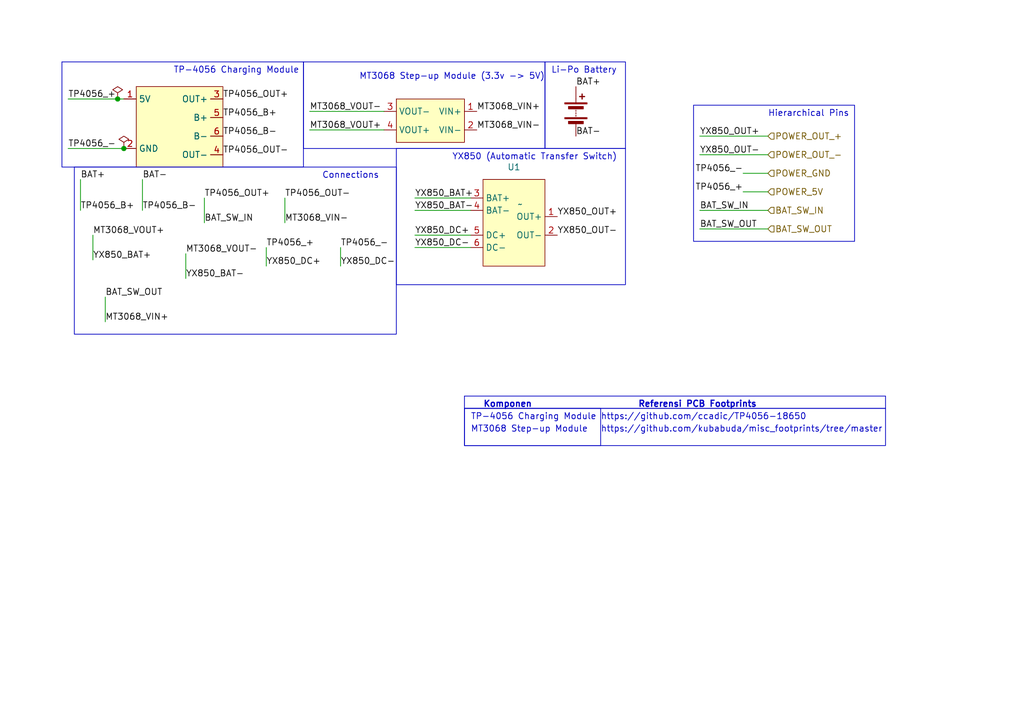
<source format=kicad_sch>
(kicad_sch (version 20230121) (generator eeschema)
  (paper "A5")
  (title_block (title "Subsistem Power") (date "2024-03-05") (rev "1.5") (company "Institut Teknologi Bandung") (comment 1 "Bostang Palaguna") (comment 2 "Designed By:"))
  (lib_symbols
    (symbol "Device:Battery" (pin_numbers hide) (pin_names (offset 0) hide)
      (property "Reference" "BT" (at 2.54 2.54 0))
      (property "Value" "Battery" (at 2.54 0 0))
      (symbol "Battery_0_1"
        (rectangle (start -2.286 -1.27) (end 2.286 -1.524) (fill (type outline)))
        (rectangle (start -2.286 1.778) (end 2.286 1.524) (fill (type outline)))
        (rectangle (start -1.524 -2.032) (end 1.524 -2.54) (fill (type outline)))
        (rectangle (start -1.524 1.016) (end 1.524 0.508) (fill (type outline)))
        (polyline (pts (xy 0 -1.016) (xy 0 -0.762)))
        (polyline (pts (xy 0 -0.508) (xy 0 -0.254)))
        (polyline (pts (xy 0 0) (xy 0 0.254)))
        (polyline (pts (xy 0 1.778) (xy 0 2.54)))
        (polyline (pts (xy 0.762 3.048) (xy 1.778 3.048)) (stroke (width 0.254)))
        (polyline (pts (xy 1.27 3.556) (xy 1.27 2.54)) (stroke (width 0.254)))
      )
      (symbol "Battery_1_1"
        (pin passive line (at 0 5.08 270) (length 2.54) (name "+") (number "1"))
        (pin passive line (at 0 -5.08 90) (length 2.54) (name "-") (number "2"))
      )
    )
    (symbol "WMS_components:MT3608"
      (property "Reference" "U" (at 0 5.08 0))
      (symbol "MT3608_1_1"
        (rectangle (start -6.35 3.81) (end 7.62 -5.08) (fill (type background)))
        (pin input line (at 10.16 1.27 180) (length 2.54) (name "VIN+") (number "1"))
        (pin input line (at 10.16 -2.54 180) (length 2.54) (name "VIN-") (number "2"))
        (pin output line (at -8.89 1.27 0) (length 2.54) (name "VOUT-") (number "3"))
        (pin output line (at -8.89 -2.54 0) (length 2.54) (name "VOUT+") (number "4"))
      )
    )
    (symbol "WMS_components:TP4056"
      (property "Reference" "U" (at 0 8.89 0))
      (symbol "TP4056_1_1"
        (rectangle (start -8.89 7.62) (end 8.89 -8.89) (fill (type background)))
        (pin power_in line (at -11.43 5.08 0) (length 2.54) (name "5V") (number "1"))
        (pin power_in line (at -11.43 -5.08 0) (length 2.54) (name "GND") (number "2"))
        (pin output line (at 8.89 5.08 180) (length 2.54) (name "OUT+") (number "3"))
        (pin output line (at 8.89 -6.35 180) (length 2.54) (name "OUT-") (number "4"))
        (pin input line (at 8.89 1.27 180) (length 2.54) (name "B+") (number "5"))
        (pin input line (at 8.89 -2.54 180) (length 2.54) (name "B-") (number "6"))
      )
    )
    (symbol "WMS_components:YX850"
      (property "Reference" "U" (at 0 10.16 0))
      (symbol "YX850_1_1"
        (rectangle (start -6.35 8.89) (end 6.35 -8.89) (fill (type background)))
        (pin output line (at 8.89 1.27 180) (length 2.54) (name "OUT+") (number "1"))
        (pin output line (at 8.89 -2.54 180) (length 2.54) (name "OUT-") (number "2"))
        (pin input line (at -8.89 5.08 0) (length 2.54) (name "BAT+") (number "3"))
        (pin input line (at -8.89 2.54 0) (length 2.54) (name "BAT-") (number "4"))
        (pin input line (at -8.89 -2.54 0) (length 2.54) (name "DC+") (number "5"))
        (pin input line (at -8.89 -5.08 0) (length 2.54) (name "DC-") (number "6"))
      )
    )
    (symbol "power:PWR_FLAG" (power) (pin_numbers hide) (pin_names (offset 0) hide)
      (property "Value" "PWR_FLAG" (at 0 3.81 0))
      (symbol "PWR_FLAG_0_0"
        (pin power_out line (at 0 0 90) (length 0) (name "pwr") (number "1"))
      )
      (symbol "PWR_FLAG_0_1"
        (polyline (pts (xy 0 0) (xy 0 1.27) (xy -1.016 1.905) (xy 0 2.54) (xy 1.016 1.905) (xy 0 1.27)))
      )
    )
  )
  (junction (at 25.4 30.48))
  (junction (at 24.13 20.32))
  (wire (pts (xy 143.51 27.94) (xy 157.48 27.94)))
  (wire (pts (xy 41.91 45.72) (xy 41.91 40.64)))
  (wire (pts (xy 143.51 46.99) (xy 157.48 46.99)))
  (wire (pts (xy 38.1 57.15) (xy 38.1 52.07)))
  (wire (pts (xy 85.09 50.8) (xy 96.52 50.8)))
  (wire (pts (xy 63.5 26.67) (xy 78.74 26.67)))
  (wire (pts (xy 29.21 43.18) (xy 29.21 36.83)))
  (wire (pts (xy 58.42 45.72) (xy 58.42 40.64)))
  (wire (pts (xy 54.61 54.61) (xy 54.61 50.8)))
  (wire (pts (xy 143.51 43.18) (xy 157.48 43.18)))
  (wire (pts (xy 16.51 36.83) (xy 16.51 43.18)))
  (wire (pts (xy 152.4 35.56) (xy 157.48 35.56)))
  (wire (pts (xy 13.97 20.32) (xy 24.13 20.32)))
  (wire (pts (xy 85.09 40.64) (xy 96.52 40.64)))
  (wire (pts (xy 152.4 39.37) (xy 157.48 39.37)))
  (wire (pts (xy 21.59 60.96) (xy 21.59 66.04)))
  (wire (pts (xy 24.13 20.32) (xy 25.4 20.32)))
  (wire (pts (xy 85.09 43.18) (xy 96.52 43.18)))
  (wire (pts (xy 63.5 22.86) (xy 78.74 22.86)))
  (wire (pts (xy 69.85 54.61) (xy 69.85 50.8)))
  (wire (pts (xy 13.97 30.48) (xy 25.4 30.48)))
  (wire (pts (xy 85.09 48.26) (xy 96.52 48.26)))
  (wire (pts (xy 143.51 31.75) (xy 157.48 31.75)))
  (wire (pts (xy 19.05 53.34) (xy 19.05 48.26)))
  (rectangle (start 12.7 12.7) (end 62.23 34.29))
  (rectangle (start 111.76 12.7) (end 128.27 30.48))
  (rectangle (start 81.28 30.48) (end 128.27 58.42))
  (rectangle (start 62.23 12.7) (end 111.76 30.48))
  (rectangle (start 95.25 83.82) (end 123.19 91.44))
  (rectangle (start 142.24 21.59) (end 175.26 49.53))
  (rectangle (start 95.25 83.82) (end 181.61 91.44))
  (rectangle (start 15.24 34.29) (end 81.28 68.58))
  (rectangle (start 95.25 81.28) (end 181.61 83.82))
  (text "https://github.com/ccadic/TP4056-18650" (at 123.19 86.36 0) (effects (font (size 1.27 1.27)) (justify left bottom)))
  (text "https://github.com/kubabuda/misc_footprints/tree/master" (at 123.19 88.9 0) (effects (font (size 1.27 1.27)) (justify left bottom)))
  (text "TP-4056 Charging Module" (at 96.52 86.36 0) (effects (font (size 1.27 1.27)) (justify left bottom)))
  (text "Hierarchical Pins" (at 157.48 24.13 0) (effects (font (size 1.27 1.27)) (justify left bottom)))
  (text "Li-Po Battery" (at 113.03 15.24 0) (effects (font (size 1.27 1.27)) (justify left bottom)))
  (text "Komponen" (at 99.06 83.82 0) (effects (font (size 1.27 1.27) (thickness 0.254) bold) (justify left bottom)))
  (text "MT3068 Step-up Module" (at 96.52 88.9 0) (effects (font (size 1.27 1.27)) (justify left bottom)))
  (text "YX850 (Automatic Transfer Switch)" (at 92.71 33.02 0) (effects (font (size 1.27 1.27)) (justify left bottom)))
  (text "Connections" (at 66.04 36.83 0) (effects (font (size 1.27 1.27)) (justify left bottom)))
  (text "Referensi PCB Footprints" (at 130.81 83.82 0) (effects (font (size 1.27 1.27) (thickness 0.254) bold) (justify left bottom)))
  (text "TP-4056 Charging Module" (at 35.56 15.24 0) (effects (font (size 1.27 1.27)) (justify left bottom)))
  (text "MT3068 Step-up Module (3.3v -> 5V)" (at 73.66 16.51 0) (effects (font (size 1.27 1.27)) (justify left bottom)))
  (label "TP4056_OUT+" (at 45.72 20.32 0))
  (label "MT3068_VIN+" (at 21.59 66.04 0))
  (label "YX850_OUT+" (at 114.3 44.45 0))
  (label "MT3068_VOUT-" (at 38.1 52.07 0))
  (label "TP4056_B+" (at 45.72 24.13 0))
  (label "TP4056_+" (at 54.61 50.8 0))
  (label "BAT-" (at 118.11 27.94 0))
  (label "BAT+" (at 16.51 36.83 0))
  (label "YX850_DC+" (at 54.61 54.61 0))
  (label "TP4056_OUT-" (at 58.42 40.64 0))
  (label "TP4056_-" (at 13.97 30.48 0))
  (label "BAT-" (at 29.21 36.83 0))
  (label "TP4056_OUT-" (at 45.72 31.75 0))
  (label "TP4056_+" (at 152.4 39.37 180))
  (label "YX850_OUT-" (at 143.51 31.75 0))
  (label "TP4056_OUT+" (at 41.91 40.64 0))
  (label "MT3068_VOUT+" (at 19.05 48.26 0))
  (label "TP4056_-" (at 152.4 35.56 180))
  (label "MT3068_VIN+" (at 97.79 22.86 0))
  (label "MT3068_VIN-" (at 97.79 26.67 0))
  (label "YX850_DC-" (at 69.85 54.61 0))
  (label "YX850_BAT-" (at 85.09 43.18 0))
  (label "TP4056_B+" (at 16.51 43.18 0))
  (label "YX850_DC-" (at 85.09 50.8 0))
  (label "MT3068_VIN-" (at 58.42 45.72 0))
  (label "YX850_DC+" (at 85.09 48.26 0))
  (label "TP4056_-" (at 69.85 50.8 0))
  (label "MT3068_VOUT-" (at 63.5 22.86 0))
  (label "BAT_SW_IN" (at 143.51 43.18 0))
  (label "BAT_SW_IN" (at 41.91 45.72 0))
  (label "BAT_SW_OUT" (at 143.51 46.99 0))
  (label "YX850_BAT+" (at 85.09 40.64 0))
  (label "TP4056_B-" (at 29.21 43.18 0))
  (label "YX850_OUT-" (at 114.3 48.26 0))
  (label "BAT_SW_OUT" (at 21.59 60.96 0))
  (label "MT3068_VOUT+" (at 63.5 26.67 0))
  (label "YX850_BAT+" (at 19.05 53.34 0))
  (label "TP4056_+" (at 13.97 20.32 0))
  (label "YX850_BAT-" (at 38.1 57.15 0))
  (label "BAT+" (at 118.11 17.78 0))
  (label "TP4056_B-" (at 45.72 27.94 0))
  (label "YX850_OUT+" (at 143.51 27.94 0))
  (hierarchical_label "POWER_5V" (shape input) (at 157.48 39.37 0))
  (hierarchical_label "POWER_OUT_+" (shape input) (at 157.48 27.94 0))
  (hierarchical_label "POWER_OUT_-" (shape input) (at 157.48 31.75 0))
  (hierarchical_label "BAT_SW_IN" (shape input) (at 157.48 43.18 0))
  (hierarchical_label "POWER_GND" (shape input) (at 157.48 35.56 0))
  (hierarchical_label "BAT_SW_OUT" (shape input) (at 157.48 46.99 0))
  (symbol (lib_id "Device:Battery") (at 118.11 22.86 0) (unit 1)
    (property "Reference" "BT1" (effects hide))
    (property "Value" "Battery" (effects hide))
    (property "Footprint" "Connector_JST:JST_XH_B2B-XH-A_1x02_P2.50mm_Vertical" (effects hide))
  )
  (symbol (lib_id "WMS_components:YX850") (at 105.41 45.72 0) (unit 1)
    (property "Reference" "U1" (at 105.41 34.29 0))
    (property "Value" "~" (at 106.68 41.91 0))
    (property "Footprint" "WMS_components:YX850_v2" (effects hide))
  )
  (symbol (lib_id "power:PWR_FLAG") (at 24.13 20.32 0) (unit 1)
    (property "Reference" "#FLG04" (effects hide))
    (property "Value" "PWR_FLAG" (effects hide))
  )
  (symbol (lib_id "WMS_components:TP4056") (at 36.83 25.4 0) (unit 1)
    (property "Reference" "U3" (effects hide))
    (property "Footprint" "WMS_components:TP4056-18650_v2" (effects hide))
  )
  (symbol (lib_id "WMS_components:MT3608") (at 87.63 24.13 0) (unit 1)
    (property "Reference" "U2" (effects hide))
    (property "Footprint" "WMS_components:MT3608_module_v2" (effects hide))
  )
  (symbol (lib_id "power:PWR_FLAG") (at 25.4 30.48 0) (unit 1)
    (property "Reference" "#FLG05" (effects hide))
    (property "Value" "PWR_FLAG" (effects hide))
  )
)
</source>
